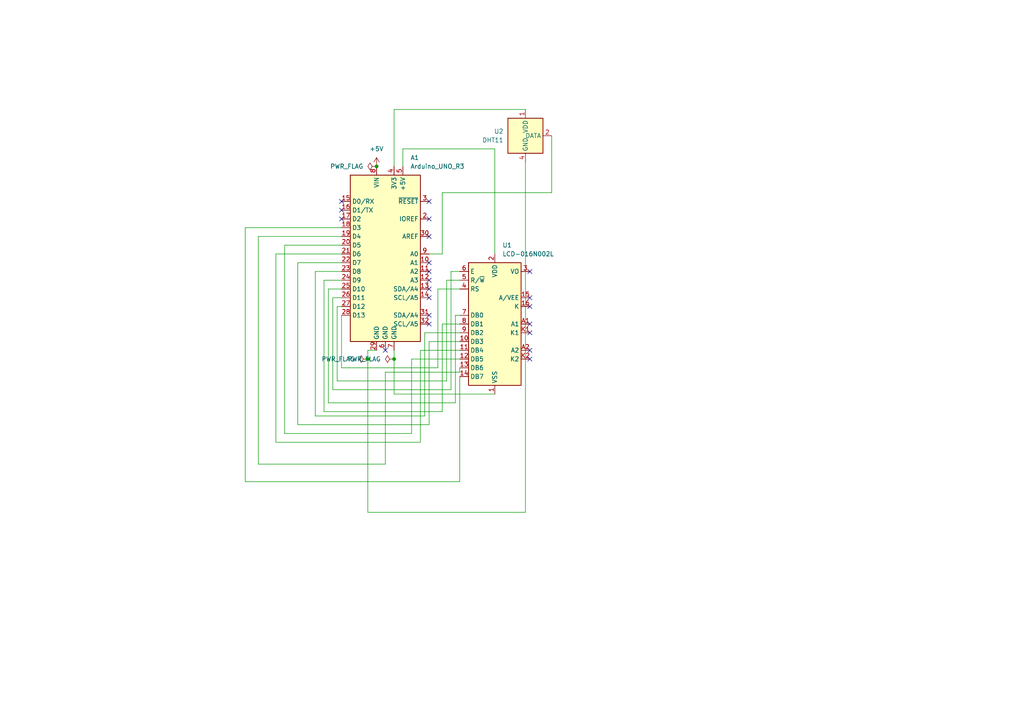
<source format=kicad_sch>
(kicad_sch (version 20230121) (generator eeschema)

  (uuid c294a2d8-950f-484a-bfeb-1eec850fb64c)

  (paper "A4")

  (lib_symbols
    (symbol "Display_Character:LCD-016N002L" (in_bom yes) (on_board yes)
      (property "Reference" "U" (at -6.35 18.796 0)
        (effects (font (size 1.27 1.27)))
      )
      (property "Value" "LCD-016N002L" (at 8.636 18.796 0)
        (effects (font (size 1.27 1.27)))
      )
      (property "Footprint" "Display:LCD-016N002L" (at 0.508 -23.368 0)
        (effects (font (size 1.27 1.27)) hide)
      )
      (property "Datasheet" "http://www.vishay.com/docs/37299/37299.pdf" (at 12.7 -7.62 0)
        (effects (font (size 1.27 1.27)) hide)
      )
      (property "ki_keywords" "display LCD dot-matrix" (at 0 0 0)
        (effects (font (size 1.27 1.27)) hide)
      )
      (property "ki_description" "LCD 12x2, 8 bit parallel bus, 3V or 5V VDD" (at 0 0 0)
        (effects (font (size 1.27 1.27)) hide)
      )
      (property "ki_fp_filters" "*LCD*016N002L*" (at 0 0 0)
        (effects (font (size 1.27 1.27)) hide)
      )
      (symbol "LCD-016N002L_1_1"
        (rectangle (start -7.62 17.78) (end 7.62 -17.78)
          (stroke (width 0.254) (type default))
          (fill (type background))
        )
        (pin power_in line (at 0 -20.32 90) (length 2.54)
          (name "VSS" (effects (font (size 1.27 1.27))))
          (number "1" (effects (font (size 1.27 1.27))))
        )
        (pin bidirectional line (at -10.16 -5.08 0) (length 2.54)
          (name "DB3" (effects (font (size 1.27 1.27))))
          (number "10" (effects (font (size 1.27 1.27))))
        )
        (pin bidirectional line (at -10.16 -7.62 0) (length 2.54)
          (name "DB4" (effects (font (size 1.27 1.27))))
          (number "11" (effects (font (size 1.27 1.27))))
        )
        (pin bidirectional line (at -10.16 -10.16 0) (length 2.54)
          (name "DB5" (effects (font (size 1.27 1.27))))
          (number "12" (effects (font (size 1.27 1.27))))
        )
        (pin bidirectional line (at -10.16 -12.7 0) (length 2.54)
          (name "DB6" (effects (font (size 1.27 1.27))))
          (number "13" (effects (font (size 1.27 1.27))))
        )
        (pin bidirectional line (at -10.16 -15.24 0) (length 2.54)
          (name "DB7" (effects (font (size 1.27 1.27))))
          (number "14" (effects (font (size 1.27 1.27))))
        )
        (pin power_in line (at 10.16 7.62 180) (length 2.54)
          (name "A/VEE" (effects (font (size 1.27 1.27))))
          (number "15" (effects (font (size 1.27 1.27))))
        )
        (pin power_in line (at 10.16 5.08 180) (length 2.54)
          (name "K" (effects (font (size 1.27 1.27))))
          (number "16" (effects (font (size 1.27 1.27))))
        )
        (pin power_in line (at 0 20.32 270) (length 2.54)
          (name "VDD" (effects (font (size 1.27 1.27))))
          (number "2" (effects (font (size 1.27 1.27))))
        )
        (pin input line (at 10.16 15.24 180) (length 2.54)
          (name "VO" (effects (font (size 1.27 1.27))))
          (number "3" (effects (font (size 1.27 1.27))))
        )
        (pin input line (at -10.16 10.16 0) (length 2.54)
          (name "RS" (effects (font (size 1.27 1.27))))
          (number "4" (effects (font (size 1.27 1.27))))
        )
        (pin input line (at -10.16 12.7 0) (length 2.54)
          (name "R/~{W}" (effects (font (size 1.27 1.27))))
          (number "5" (effects (font (size 1.27 1.27))))
        )
        (pin input line (at -10.16 15.24 0) (length 2.54)
          (name "E" (effects (font (size 1.27 1.27))))
          (number "6" (effects (font (size 1.27 1.27))))
        )
        (pin bidirectional line (at -10.16 2.54 0) (length 2.54)
          (name "DB0" (effects (font (size 1.27 1.27))))
          (number "7" (effects (font (size 1.27 1.27))))
        )
        (pin bidirectional line (at -10.16 0 0) (length 2.54)
          (name "DB1" (effects (font (size 1.27 1.27))))
          (number "8" (effects (font (size 1.27 1.27))))
        )
        (pin bidirectional line (at -10.16 -2.54 0) (length 2.54)
          (name "DB2" (effects (font (size 1.27 1.27))))
          (number "9" (effects (font (size 1.27 1.27))))
        )
        (pin power_in line (at 10.16 0 180) (length 2.54)
          (name "A1" (effects (font (size 1.27 1.27))))
          (number "A1" (effects (font (size 1.27 1.27))))
        )
        (pin power_in line (at 10.16 -7.62 180) (length 2.54)
          (name "A2" (effects (font (size 1.27 1.27))))
          (number "A2" (effects (font (size 1.27 1.27))))
        )
        (pin power_in line (at 10.16 -2.54 180) (length 2.54)
          (name "K1" (effects (font (size 1.27 1.27))))
          (number "K1" (effects (font (size 1.27 1.27))))
        )
        (pin power_in line (at 10.16 -10.16 180) (length 2.54)
          (name "K2" (effects (font (size 1.27 1.27))))
          (number "K2" (effects (font (size 1.27 1.27))))
        )
      )
    )
    (symbol "MCU_Module:Arduino_UNO_R3" (in_bom yes) (on_board yes)
      (property "Reference" "A" (at -10.16 23.495 0)
        (effects (font (size 1.27 1.27)) (justify left bottom))
      )
      (property "Value" "Arduino_UNO_R3" (at 5.08 -26.67 0)
        (effects (font (size 1.27 1.27)) (justify left top))
      )
      (property "Footprint" "Module:Arduino_UNO_R3" (at 0 0 0)
        (effects (font (size 1.27 1.27) italic) hide)
      )
      (property "Datasheet" "https://www.arduino.cc/en/Main/arduinoBoardUno" (at 0 0 0)
        (effects (font (size 1.27 1.27)) hide)
      )
      (property "ki_keywords" "Arduino UNO R3 Microcontroller Module Atmel AVR USB" (at 0 0 0)
        (effects (font (size 1.27 1.27)) hide)
      )
      (property "ki_description" "Arduino UNO Microcontroller Module, release 3" (at 0 0 0)
        (effects (font (size 1.27 1.27)) hide)
      )
      (property "ki_fp_filters" "Arduino*UNO*R3*" (at 0 0 0)
        (effects (font (size 1.27 1.27)) hide)
      )
      (symbol "Arduino_UNO_R3_0_1"
        (rectangle (start -10.16 22.86) (end 10.16 -25.4)
          (stroke (width 0.254) (type default))
          (fill (type background))
        )
      )
      (symbol "Arduino_UNO_R3_1_1"
        (pin no_connect line (at -10.16 -20.32 0) (length 2.54) hide
          (name "NC" (effects (font (size 1.27 1.27))))
          (number "1" (effects (font (size 1.27 1.27))))
        )
        (pin bidirectional line (at 12.7 -2.54 180) (length 2.54)
          (name "A1" (effects (font (size 1.27 1.27))))
          (number "10" (effects (font (size 1.27 1.27))))
        )
        (pin bidirectional line (at 12.7 -5.08 180) (length 2.54)
          (name "A2" (effects (font (size 1.27 1.27))))
          (number "11" (effects (font (size 1.27 1.27))))
        )
        (pin bidirectional line (at 12.7 -7.62 180) (length 2.54)
          (name "A3" (effects (font (size 1.27 1.27))))
          (number "12" (effects (font (size 1.27 1.27))))
        )
        (pin bidirectional line (at 12.7 -10.16 180) (length 2.54)
          (name "SDA/A4" (effects (font (size 1.27 1.27))))
          (number "13" (effects (font (size 1.27 1.27))))
        )
        (pin bidirectional line (at 12.7 -12.7 180) (length 2.54)
          (name "SCL/A5" (effects (font (size 1.27 1.27))))
          (number "14" (effects (font (size 1.27 1.27))))
        )
        (pin bidirectional line (at -12.7 15.24 0) (length 2.54)
          (name "D0/RX" (effects (font (size 1.27 1.27))))
          (number "15" (effects (font (size 1.27 1.27))))
        )
        (pin bidirectional line (at -12.7 12.7 0) (length 2.54)
          (name "D1/TX" (effects (font (size 1.27 1.27))))
          (number "16" (effects (font (size 1.27 1.27))))
        )
        (pin bidirectional line (at -12.7 10.16 0) (length 2.54)
          (name "D2" (effects (font (size 1.27 1.27))))
          (number "17" (effects (font (size 1.27 1.27))))
        )
        (pin bidirectional line (at -12.7 7.62 0) (length 2.54)
          (name "D3" (effects (font (size 1.27 1.27))))
          (number "18" (effects (font (size 1.27 1.27))))
        )
        (pin bidirectional line (at -12.7 5.08 0) (length 2.54)
          (name "D4" (effects (font (size 1.27 1.27))))
          (number "19" (effects (font (size 1.27 1.27))))
        )
        (pin output line (at 12.7 10.16 180) (length 2.54)
          (name "IOREF" (effects (font (size 1.27 1.27))))
          (number "2" (effects (font (size 1.27 1.27))))
        )
        (pin bidirectional line (at -12.7 2.54 0) (length 2.54)
          (name "D5" (effects (font (size 1.27 1.27))))
          (number "20" (effects (font (size 1.27 1.27))))
        )
        (pin bidirectional line (at -12.7 0 0) (length 2.54)
          (name "D6" (effects (font (size 1.27 1.27))))
          (number "21" (effects (font (size 1.27 1.27))))
        )
        (pin bidirectional line (at -12.7 -2.54 0) (length 2.54)
          (name "D7" (effects (font (size 1.27 1.27))))
          (number "22" (effects (font (size 1.27 1.27))))
        )
        (pin bidirectional line (at -12.7 -5.08 0) (length 2.54)
          (name "D8" (effects (font (size 1.27 1.27))))
          (number "23" (effects (font (size 1.27 1.27))))
        )
        (pin bidirectional line (at -12.7 -7.62 0) (length 2.54)
          (name "D9" (effects (font (size 1.27 1.27))))
          (number "24" (effects (font (size 1.27 1.27))))
        )
        (pin bidirectional line (at -12.7 -10.16 0) (length 2.54)
          (name "D10" (effects (font (size 1.27 1.27))))
          (number "25" (effects (font (size 1.27 1.27))))
        )
        (pin bidirectional line (at -12.7 -12.7 0) (length 2.54)
          (name "D11" (effects (font (size 1.27 1.27))))
          (number "26" (effects (font (size 1.27 1.27))))
        )
        (pin bidirectional line (at -12.7 -15.24 0) (length 2.54)
          (name "D12" (effects (font (size 1.27 1.27))))
          (number "27" (effects (font (size 1.27 1.27))))
        )
        (pin bidirectional line (at -12.7 -17.78 0) (length 2.54)
          (name "D13" (effects (font (size 1.27 1.27))))
          (number "28" (effects (font (size 1.27 1.27))))
        )
        (pin power_in line (at -2.54 -27.94 90) (length 2.54)
          (name "GND" (effects (font (size 1.27 1.27))))
          (number "29" (effects (font (size 1.27 1.27))))
        )
        (pin input line (at 12.7 15.24 180) (length 2.54)
          (name "~{RESET}" (effects (font (size 1.27 1.27))))
          (number "3" (effects (font (size 1.27 1.27))))
        )
        (pin input line (at 12.7 5.08 180) (length 2.54)
          (name "AREF" (effects (font (size 1.27 1.27))))
          (number "30" (effects (font (size 1.27 1.27))))
        )
        (pin bidirectional line (at 12.7 -17.78 180) (length 2.54)
          (name "SDA/A4" (effects (font (size 1.27 1.27))))
          (number "31" (effects (font (size 1.27 1.27))))
        )
        (pin bidirectional line (at 12.7 -20.32 180) (length 2.54)
          (name "SCL/A5" (effects (font (size 1.27 1.27))))
          (number "32" (effects (font (size 1.27 1.27))))
        )
        (pin power_out line (at 2.54 25.4 270) (length 2.54)
          (name "3V3" (effects (font (size 1.27 1.27))))
          (number "4" (effects (font (size 1.27 1.27))))
        )
        (pin power_out line (at 5.08 25.4 270) (length 2.54)
          (name "+5V" (effects (font (size 1.27 1.27))))
          (number "5" (effects (font (size 1.27 1.27))))
        )
        (pin power_in line (at 0 -27.94 90) (length 2.54)
          (name "GND" (effects (font (size 1.27 1.27))))
          (number "6" (effects (font (size 1.27 1.27))))
        )
        (pin power_in line (at 2.54 -27.94 90) (length 2.54)
          (name "GND" (effects (font (size 1.27 1.27))))
          (number "7" (effects (font (size 1.27 1.27))))
        )
        (pin power_in line (at -2.54 25.4 270) (length 2.54)
          (name "VIN" (effects (font (size 1.27 1.27))))
          (number "8" (effects (font (size 1.27 1.27))))
        )
        (pin bidirectional line (at 12.7 0 180) (length 2.54)
          (name "A0" (effects (font (size 1.27 1.27))))
          (number "9" (effects (font (size 1.27 1.27))))
        )
      )
    )
    (symbol "Sensor:DHT11" (in_bom yes) (on_board yes)
      (property "Reference" "U" (at -3.81 6.35 0)
        (effects (font (size 1.27 1.27)))
      )
      (property "Value" "DHT11" (at 3.81 6.35 0)
        (effects (font (size 1.27 1.27)))
      )
      (property "Footprint" "Sensor:Aosong_DHT11_5.5x12.0_P2.54mm" (at 0 -10.16 0)
        (effects (font (size 1.27 1.27)) hide)
      )
      (property "Datasheet" "http://akizukidenshi.com/download/ds/aosong/DHT11.pdf" (at 3.81 6.35 0)
        (effects (font (size 1.27 1.27)) hide)
      )
      (property "ki_keywords" "digital sensor" (at 0 0 0)
        (effects (font (size 1.27 1.27)) hide)
      )
      (property "ki_description" "3.3V to 5.5V, temperature and humidity module, DHT11" (at 0 0 0)
        (effects (font (size 1.27 1.27)) hide)
      )
      (property "ki_fp_filters" "Aosong*DHT11*5.5x12.0*P2.54mm*" (at 0 0 0)
        (effects (font (size 1.27 1.27)) hide)
      )
      (symbol "DHT11_0_1"
        (rectangle (start -5.08 5.08) (end 5.08 -5.08)
          (stroke (width 0.254) (type default))
          (fill (type background))
        )
      )
      (symbol "DHT11_1_1"
        (pin power_in line (at 0 7.62 270) (length 2.54)
          (name "VDD" (effects (font (size 1.27 1.27))))
          (number "1" (effects (font (size 1.27 1.27))))
        )
        (pin bidirectional line (at 7.62 0 180) (length 2.54)
          (name "DATA" (effects (font (size 1.27 1.27))))
          (number "2" (effects (font (size 1.27 1.27))))
        )
        (pin no_connect line (at -5.08 0 0) (length 2.54) hide
          (name "NC" (effects (font (size 1.27 1.27))))
          (number "3" (effects (font (size 1.27 1.27))))
        )
        (pin power_in line (at 0 -7.62 90) (length 2.54)
          (name "GND" (effects (font (size 1.27 1.27))))
          (number "4" (effects (font (size 1.27 1.27))))
        )
      )
    )
    (symbol "power:+5V" (power) (pin_names (offset 0)) (in_bom yes) (on_board yes)
      (property "Reference" "#PWR" (at 0 -3.81 0)
        (effects (font (size 1.27 1.27)) hide)
      )
      (property "Value" "+5V" (at 0 3.556 0)
        (effects (font (size 1.27 1.27)))
      )
      (property "Footprint" "" (at 0 0 0)
        (effects (font (size 1.27 1.27)) hide)
      )
      (property "Datasheet" "" (at 0 0 0)
        (effects (font (size 1.27 1.27)) hide)
      )
      (property "ki_keywords" "global power" (at 0 0 0)
        (effects (font (size 1.27 1.27)) hide)
      )
      (property "ki_description" "Power symbol creates a global label with name \"+5V\"" (at 0 0 0)
        (effects (font (size 1.27 1.27)) hide)
      )
      (symbol "+5V_0_1"
        (polyline
          (pts
            (xy -0.762 1.27)
            (xy 0 2.54)
          )
          (stroke (width 0) (type default))
          (fill (type none))
        )
        (polyline
          (pts
            (xy 0 0)
            (xy 0 2.54)
          )
          (stroke (width 0) (type default))
          (fill (type none))
        )
        (polyline
          (pts
            (xy 0 2.54)
            (xy 0.762 1.27)
          )
          (stroke (width 0) (type default))
          (fill (type none))
        )
      )
      (symbol "+5V_1_1"
        (pin power_in line (at 0 0 90) (length 0) hide
          (name "+5V" (effects (font (size 1.27 1.27))))
          (number "1" (effects (font (size 1.27 1.27))))
        )
      )
    )
    (symbol "power:PWR_FLAG" (power) (pin_numbers hide) (pin_names (offset 0) hide) (in_bom yes) (on_board yes)
      (property "Reference" "#FLG" (at 0 1.905 0)
        (effects (font (size 1.27 1.27)) hide)
      )
      (property "Value" "PWR_FLAG" (at 0 3.81 0)
        (effects (font (size 1.27 1.27)))
      )
      (property "Footprint" "" (at 0 0 0)
        (effects (font (size 1.27 1.27)) hide)
      )
      (property "Datasheet" "~" (at 0 0 0)
        (effects (font (size 1.27 1.27)) hide)
      )
      (property "ki_keywords" "flag power" (at 0 0 0)
        (effects (font (size 1.27 1.27)) hide)
      )
      (property "ki_description" "Special symbol for telling ERC where power comes from" (at 0 0 0)
        (effects (font (size 1.27 1.27)) hide)
      )
      (symbol "PWR_FLAG_0_0"
        (pin power_out line (at 0 0 90) (length 0)
          (name "pwr" (effects (font (size 1.27 1.27))))
          (number "1" (effects (font (size 1.27 1.27))))
        )
      )
      (symbol "PWR_FLAG_0_1"
        (polyline
          (pts
            (xy 0 0)
            (xy 0 1.27)
            (xy -1.016 1.905)
            (xy 0 2.54)
            (xy 1.016 1.905)
            (xy 0 1.27)
          )
          (stroke (width 0) (type default))
          (fill (type none))
        )
      )
    )
  )

  (junction (at 106.68 104.14) (diameter 0) (color 0 0 0 0)
    (uuid 54d89c35-026f-4793-bda1-66f0717cfd48)
  )
  (junction (at 114.3 104.14) (diameter 0) (color 0 0 0 0)
    (uuid 566c6587-de01-4965-8c7a-1acefb7fb95a)
  )
  (junction (at 109.22 48.26) (diameter 0) (color 0 0 0 0)
    (uuid a75fe3a5-2802-4500-9287-53ac2b363be9)
  )

  (no_connect (at 153.67 93.98) (uuid 1f0bd4a0-344c-44c1-809f-07e9b1dfb643))
  (no_connect (at 124.46 91.44) (uuid 237a6efd-8f8d-4ff1-864e-932f31c9a3f3))
  (no_connect (at 153.67 96.52) (uuid 2f2c4da0-1268-4edb-baaf-0dfb26f03b00))
  (no_connect (at 124.46 83.82) (uuid 3ecc6e17-a478-4b71-bd5d-7410d52c41e0))
  (no_connect (at 99.06 58.42) (uuid 48b59d66-c83b-43d7-8986-62f4d4151a77))
  (no_connect (at 99.06 63.5) (uuid 56ef5f6f-a193-49ad-b8a5-d444285170e2))
  (no_connect (at 153.67 104.14) (uuid 58d7ebbd-0d39-407b-b66b-ce9d85aa347b))
  (no_connect (at 153.67 88.9) (uuid 5c510421-fae5-4332-8104-f686eb67d894))
  (no_connect (at 111.76 101.6) (uuid 653209e4-af88-44ab-a11b-6021e3c70576))
  (no_connect (at 153.67 101.6) (uuid 68bafdfc-c1dc-46d7-9990-fe10684e7414))
  (no_connect (at 124.46 78.74) (uuid 8366ae63-2a2f-4ef9-8adb-3799ca54b927))
  (no_connect (at 124.46 63.5) (uuid 841c7bd2-5b78-48f6-acf8-ebbc01d8acd4))
  (no_connect (at 124.46 81.28) (uuid 99d6900b-e54b-4739-8726-6a89b32b9092))
  (no_connect (at 99.06 60.96) (uuid bd5ae9a7-2e38-4e83-8101-9ef05320f49f))
  (no_connect (at 124.46 86.36) (uuid be569bb3-2301-4a45-9e40-6971e51e00fe))
  (no_connect (at 124.46 58.42) (uuid db31afed-709f-4fe6-bf6a-a973edbcf698))
  (no_connect (at 153.67 86.36) (uuid df8fa18f-2fb3-4d4d-a2e6-24a3e9336f78))
  (no_connect (at 124.46 76.2) (uuid f0410c30-af1c-4a58-922c-00d7369c59cc))
  (no_connect (at 124.46 93.98) (uuid f6e9cdf3-c3e3-419d-9d69-94094b443133))
  (no_connect (at 124.46 68.58) (uuid fbd81451-01d3-4c9c-9a8f-cb959410f671))
  (no_connect (at 153.67 78.74) (uuid fd57940c-3f63-483b-9a3e-825a80171c06))

  (wire (pts (xy 86.36 76.2) (xy 86.36 123.19))
    (stroke (width 0) (type default))
    (uuid 0533b706-919b-48b4-be02-be6b89c12d3a)
  )
  (wire (pts (xy 91.44 120.65) (xy 123.19 120.65))
    (stroke (width 0) (type default))
    (uuid 079b15d0-a9a8-4ca2-b9e8-f32fe9185e98)
  )
  (wire (pts (xy 99.06 76.2) (xy 86.36 76.2))
    (stroke (width 0) (type default))
    (uuid 0e087823-2bc6-4817-9f5d-ebcf96e8a347)
  )
  (wire (pts (xy 114.3 101.6) (xy 114.3 104.14))
    (stroke (width 0) (type default))
    (uuid 0fcfd63c-7e71-473d-a8a8-55a4c856e6d0)
  )
  (wire (pts (xy 99.06 88.9) (xy 97.79 88.9))
    (stroke (width 0) (type default))
    (uuid 15fc8ad0-1eb9-4d38-8514-5c53650aebeb)
  )
  (wire (pts (xy 119.38 104.14) (xy 133.35 104.14))
    (stroke (width 0) (type default))
    (uuid 1706085a-afe1-4d26-9dd0-42e8dbe728f7)
  )
  (wire (pts (xy 133.35 139.7) (xy 133.35 109.22))
    (stroke (width 0) (type default))
    (uuid 17d2bda6-dd57-4e4c-96e4-4cbba8d015e0)
  )
  (wire (pts (xy 160.02 55.88) (xy 128.27 55.88))
    (stroke (width 0) (type default))
    (uuid 1900f545-8914-4eae-a034-ec69533a2322)
  )
  (wire (pts (xy 82.55 71.12) (xy 82.55 125.73))
    (stroke (width 0) (type default))
    (uuid 1aa762ec-0521-4593-860c-a8fa2ba2edc2)
  )
  (wire (pts (xy 86.36 123.19) (xy 124.46 123.19))
    (stroke (width 0) (type default))
    (uuid 21017aa1-4641-4d51-8f58-39993e8e9ddb)
  )
  (wire (pts (xy 128.27 93.98) (xy 133.35 93.98))
    (stroke (width 0) (type default))
    (uuid 23545573-2ab9-4e20-85f7-dd3ca7c6bdc5)
  )
  (wire (pts (xy 116.84 43.18) (xy 116.84 48.26))
    (stroke (width 0) (type default))
    (uuid 266218c3-f969-49fe-973b-8040a8c534c6)
  )
  (wire (pts (xy 99.06 83.82) (xy 95.25 83.82))
    (stroke (width 0) (type default))
    (uuid 2876ce35-ac11-4925-b8e7-97766d8da6af)
  )
  (wire (pts (xy 99.06 106.68) (xy 127 106.68))
    (stroke (width 0) (type default))
    (uuid 29770fd1-e7b6-4899-bebe-c460b4ec08d2)
  )
  (wire (pts (xy 99.06 78.74) (xy 91.44 78.74))
    (stroke (width 0) (type default))
    (uuid 2af096ef-9bf9-4e18-b5b8-4d6262d41924)
  )
  (wire (pts (xy 106.68 148.59) (xy 106.68 104.14))
    (stroke (width 0) (type default))
    (uuid 2ca96dbe-84b4-4ab5-bf10-ededabcab557)
  )
  (wire (pts (xy 74.93 134.62) (xy 111.76 134.62))
    (stroke (width 0) (type default))
    (uuid 2f1c3f6c-d510-4622-8880-128de960ca00)
  )
  (wire (pts (xy 127 106.68) (xy 127 83.82))
    (stroke (width 0) (type default))
    (uuid 32b5753f-c4c6-4962-bbe2-df911ef38e60)
  )
  (wire (pts (xy 119.38 125.73) (xy 119.38 104.14))
    (stroke (width 0) (type default))
    (uuid 3a1fec67-f082-4ddc-8589-040397aed385)
  )
  (wire (pts (xy 128.27 119.38) (xy 128.27 93.98))
    (stroke (width 0) (type default))
    (uuid 4393c437-b3fc-490e-8d5e-630b882672cd)
  )
  (wire (pts (xy 114.3 48.26) (xy 114.3 31.75))
    (stroke (width 0) (type default))
    (uuid 494f9d19-7318-40d5-a7dc-c6a6970d0785)
  )
  (wire (pts (xy 127 83.82) (xy 133.35 83.82))
    (stroke (width 0) (type default))
    (uuid 497bb59b-c1fd-4507-bc99-0e064430c190)
  )
  (wire (pts (xy 114.3 114.3) (xy 143.51 114.3))
    (stroke (width 0) (type default))
    (uuid 508fe034-dd73-49bd-9a1a-c78c1606b07d)
  )
  (wire (pts (xy 130.81 78.74) (xy 133.35 78.74))
    (stroke (width 0) (type default))
    (uuid 534b1ef0-58ec-4360-ac61-a153d4605c81)
  )
  (wire (pts (xy 80.01 73.66) (xy 80.01 128.27))
    (stroke (width 0) (type default))
    (uuid 5514d9d3-4050-486a-aeef-adef21a2ac2d)
  )
  (wire (pts (xy 82.55 125.73) (xy 119.38 125.73))
    (stroke (width 0) (type default))
    (uuid 5702c295-e57b-4d2c-a18e-477d5c4c4ea0)
  )
  (wire (pts (xy 133.35 107.95) (xy 133.35 106.68))
    (stroke (width 0) (type default))
    (uuid 5a04382e-890c-43a9-a5bc-80c86203d04c)
  )
  (wire (pts (xy 121.92 128.27) (xy 121.92 101.6))
    (stroke (width 0) (type default))
    (uuid 5a1b36a7-2466-4174-9173-3ead6f52d7a5)
  )
  (wire (pts (xy 124.46 123.19) (xy 124.46 99.06))
    (stroke (width 0) (type default))
    (uuid 5b347987-fa8f-4e2a-a295-96cebb088ded)
  )
  (wire (pts (xy 132.08 116.84) (xy 132.08 91.44))
    (stroke (width 0) (type default))
    (uuid 5d202f93-a3f1-43b5-9e3c-f8ab74a4ff6a)
  )
  (wire (pts (xy 152.4 148.59) (xy 106.68 148.59))
    (stroke (width 0) (type default))
    (uuid 61ba35b4-0a25-4bf0-b8e5-60a7b77da133)
  )
  (wire (pts (xy 132.08 91.44) (xy 133.35 91.44))
    (stroke (width 0) (type default))
    (uuid 732a9bd8-d24d-4ced-86c2-c15643e927a5)
  )
  (wire (pts (xy 106.68 101.6) (xy 109.22 101.6))
    (stroke (width 0) (type default))
    (uuid 79d9be55-1331-4879-9b86-52e674209da5)
  )
  (wire (pts (xy 74.93 68.58) (xy 74.93 134.62))
    (stroke (width 0) (type default))
    (uuid 887fe30d-757c-433e-b416-49f80ea5b9f0)
  )
  (wire (pts (xy 160.02 39.37) (xy 160.02 55.88))
    (stroke (width 0) (type default))
    (uuid 8df25f89-c168-4b62-9d77-a281dc14c120)
  )
  (wire (pts (xy 130.81 113.03) (xy 130.81 78.74))
    (stroke (width 0) (type default))
    (uuid 901bfae6-7802-46fc-83ce-ead4b7defe3b)
  )
  (wire (pts (xy 71.12 66.04) (xy 71.12 139.7))
    (stroke (width 0) (type default))
    (uuid 92317c8c-e337-4f17-9d99-0b90b3e1ecba)
  )
  (wire (pts (xy 111.76 107.95) (xy 133.35 107.95))
    (stroke (width 0) (type default))
    (uuid 937b8c61-1733-47ba-8049-dbec18d6af05)
  )
  (wire (pts (xy 99.06 91.44) (xy 99.06 106.68))
    (stroke (width 0) (type default))
    (uuid 9422d638-3908-4766-a09a-4be3bf1ddaf8)
  )
  (wire (pts (xy 97.79 88.9) (xy 97.79 110.49))
    (stroke (width 0) (type default))
    (uuid 94e04acf-2340-4aee-be0d-bde43d00d206)
  )
  (wire (pts (xy 99.06 86.36) (xy 96.52 86.36))
    (stroke (width 0) (type default))
    (uuid 95423cba-e95c-4f9e-8e05-d7292102525c)
  )
  (wire (pts (xy 152.4 46.99) (xy 152.4 148.59))
    (stroke (width 0) (type default))
    (uuid 9a3bcfe1-c6bc-41f9-8b5f-2ff8283d5e8a)
  )
  (wire (pts (xy 114.3 31.75) (xy 152.4 31.75))
    (stroke (width 0) (type default))
    (uuid 9ada7212-14f0-4969-b5fc-7de176870034)
  )
  (wire (pts (xy 96.52 113.03) (xy 130.81 113.03))
    (stroke (width 0) (type default))
    (uuid 9ebfb602-98e3-45b0-b4df-9ec0f64d9c67)
  )
  (wire (pts (xy 99.06 66.04) (xy 71.12 66.04))
    (stroke (width 0) (type default))
    (uuid a4c097dc-1df1-4a49-b79e-5f2dc13eb452)
  )
  (wire (pts (xy 128.27 55.88) (xy 128.27 73.66))
    (stroke (width 0) (type default))
    (uuid a61f5ce9-1b5a-4840-9a8e-b59dbb8a62d3)
  )
  (wire (pts (xy 93.98 119.38) (xy 128.27 119.38))
    (stroke (width 0) (type default))
    (uuid a764774a-5694-4292-85c5-da4687c2fb90)
  )
  (wire (pts (xy 91.44 78.74) (xy 91.44 120.65))
    (stroke (width 0) (type default))
    (uuid aa0308e6-a983-4f40-96ce-ff76c5a9e796)
  )
  (wire (pts (xy 129.54 110.49) (xy 129.54 81.28))
    (stroke (width 0) (type default))
    (uuid aa2d1d86-fb8d-46a5-9198-de543b8695bd)
  )
  (wire (pts (xy 95.25 83.82) (xy 95.25 116.84))
    (stroke (width 0) (type default))
    (uuid aa5bac95-7f24-4e3b-83b6-c07e3d655846)
  )
  (wire (pts (xy 143.51 43.18) (xy 116.84 43.18))
    (stroke (width 0) (type default))
    (uuid af27298b-5d4b-4ad1-b62e-677e65c5f2d6)
  )
  (wire (pts (xy 96.52 86.36) (xy 96.52 113.03))
    (stroke (width 0) (type default))
    (uuid b2fa371c-4e5c-4867-8a69-869fd79af4d1)
  )
  (wire (pts (xy 93.98 81.28) (xy 93.98 119.38))
    (stroke (width 0) (type default))
    (uuid b97fe4e9-3c9d-472c-bddf-8e37b3bc8a95)
  )
  (wire (pts (xy 121.92 101.6) (xy 133.35 101.6))
    (stroke (width 0) (type default))
    (uuid ba526b7c-0894-4223-8540-a12a6e4c46c7)
  )
  (wire (pts (xy 129.54 81.28) (xy 133.35 81.28))
    (stroke (width 0) (type default))
    (uuid c1450f9e-c33b-465c-94dc-c31ca8846847)
  )
  (wire (pts (xy 99.06 81.28) (xy 93.98 81.28))
    (stroke (width 0) (type default))
    (uuid c610e59c-56a8-4d5f-9378-76d0ea269638)
  )
  (wire (pts (xy 123.19 120.65) (xy 123.19 96.52))
    (stroke (width 0) (type default))
    (uuid c933deed-2c87-4f40-a205-fbd1bfd2d62d)
  )
  (wire (pts (xy 71.12 139.7) (xy 133.35 139.7))
    (stroke (width 0) (type default))
    (uuid d006e520-e6ac-419f-adb6-03f73ed5f9d0)
  )
  (wire (pts (xy 80.01 128.27) (xy 121.92 128.27))
    (stroke (width 0) (type default))
    (uuid d02ea911-99ce-4a3d-907b-3108e2bdd2f2)
  )
  (wire (pts (xy 99.06 71.12) (xy 82.55 71.12))
    (stroke (width 0) (type default))
    (uuid d2bdbb21-3756-41ca-8d2c-47201d02d1e8)
  )
  (wire (pts (xy 143.51 73.66) (xy 143.51 43.18))
    (stroke (width 0) (type default))
    (uuid d4d8b5fe-b347-4df5-be70-84a6b85873ed)
  )
  (wire (pts (xy 124.46 99.06) (xy 133.35 99.06))
    (stroke (width 0) (type default))
    (uuid d856148d-30b9-4233-844e-701edd544c42)
  )
  (wire (pts (xy 99.06 73.66) (xy 80.01 73.66))
    (stroke (width 0) (type default))
    (uuid e129c6d9-0b3d-41e4-a2b1-97ea027db79d)
  )
  (wire (pts (xy 106.68 104.14) (xy 106.68 101.6))
    (stroke (width 0) (type default))
    (uuid ea356914-caa4-474f-bf08-69c30306c409)
  )
  (wire (pts (xy 99.06 68.58) (xy 74.93 68.58))
    (stroke (width 0) (type default))
    (uuid eb9860c4-00aa-4054-a5cb-c799585e7d75)
  )
  (wire (pts (xy 97.79 110.49) (xy 129.54 110.49))
    (stroke (width 0) (type default))
    (uuid eccba87e-3f12-451d-8870-a41454790139)
  )
  (wire (pts (xy 114.3 104.14) (xy 114.3 114.3))
    (stroke (width 0) (type default))
    (uuid f25ce2bc-c273-4614-b973-231ed94da49c)
  )
  (wire (pts (xy 123.19 96.52) (xy 133.35 96.52))
    (stroke (width 0) (type default))
    (uuid f28d900b-fe31-4c0f-ae46-2fb0009ed61f)
  )
  (wire (pts (xy 128.27 73.66) (xy 124.46 73.66))
    (stroke (width 0) (type default))
    (uuid f2c0c1cc-c507-4206-a13d-53bf4610ff65)
  )
  (wire (pts (xy 95.25 116.84) (xy 132.08 116.84))
    (stroke (width 0) (type default))
    (uuid fbe30c7d-af55-4273-8134-a3206fce1f73)
  )
  (wire (pts (xy 111.76 134.62) (xy 111.76 107.95))
    (stroke (width 0) (type default))
    (uuid fe3832e4-0261-442e-86a4-86faabe0bb1e)
  )

  (symbol (lib_id "Display_Character:LCD-016N002L") (at 143.51 93.98 0) (unit 1)
    (in_bom yes) (on_board yes) (dnp no) (fields_autoplaced)
    (uuid 3a7961f1-9073-4513-93f1-6279a5ad8b92)
    (property "Reference" "U1" (at 145.7041 71.12 0)
      (effects (font (size 1.27 1.27)) (justify left))
    )
    (property "Value" "LCD-016N002L" (at 145.7041 73.66 0)
      (effects (font (size 1.27 1.27)) (justify left))
    )
    (property "Footprint" "Display:LCD-016N002L" (at 144.018 117.348 0)
      (effects (font (size 1.27 1.27)) hide)
    )
    (property "Datasheet" "http://www.vishay.com/docs/37299/37299.pdf" (at 156.21 101.6 0)
      (effects (font (size 1.27 1.27)) hide)
    )
    (pin "7" (uuid 4bfa5c96-1f4c-42cc-bd64-b670fdea1ca5))
    (pin "4" (uuid 4a4dea01-3c66-4c62-bea5-65bb6276e8f8))
    (pin "14" (uuid 77677d03-f76b-4303-b2e3-38ce5cd7333f))
    (pin "13" (uuid e48cbaf1-123f-4e8e-8cf4-b26b56636642))
    (pin "9" (uuid 642910a9-a20e-49a0-b907-1d9a0d25fbc6))
    (pin "2" (uuid a2f5e54a-4aa8-40f2-87cf-552e5a7b8416))
    (pin "K2" (uuid 50e32a03-9a55-4cac-8d14-47dace6d3e55))
    (pin "A2" (uuid 8da8dadf-30b6-4cfe-85aa-829950d00fc1))
    (pin "16" (uuid 299d8aa8-d16c-4fb6-929c-dd369f75db60))
    (pin "3" (uuid 481b54eb-5cad-4e56-a5ab-86042a2cbdcb))
    (pin "10" (uuid 95a44ff9-58a1-4eda-bebf-4350db79c1d1))
    (pin "1" (uuid 91fca500-262e-4e3c-92d6-231becf5eb53))
    (pin "K1" (uuid 86152718-fc52-4588-9b62-9e38d00219ba))
    (pin "12" (uuid 98168831-2b97-4f64-bd3f-473e072ff349))
    (pin "8" (uuid 4cd8c4ce-6fe7-400d-93e6-ee96fbc22309))
    (pin "11" (uuid b906f372-bfdc-447c-ab6a-eda6d566db31))
    (pin "15" (uuid 5aa52682-2dd4-40eb-adf8-de8743ec81ed))
    (pin "5" (uuid 460c2a03-d350-4ca1-ae5f-238f0db3bd44))
    (pin "A1" (uuid d94daaad-1385-453d-904a-0757d4ff3ad9))
    (pin "6" (uuid 4cede5ab-6191-4bb4-9081-253516fe3364))
    (instances
      (project "project1"
        (path "/c294a2d8-950f-484a-bfeb-1eec850fb64c"
          (reference "U1") (unit 1)
        )
      )
    )
  )

  (symbol (lib_id "power:PWR_FLAG") (at 109.22 48.26 90) (unit 1)
    (in_bom yes) (on_board yes) (dnp no) (fields_autoplaced)
    (uuid 6c41ca7e-af66-4f61-b0fa-8dafcfe51f9a)
    (property "Reference" "#FLG03" (at 107.315 48.26 0)
      (effects (font (size 1.27 1.27)) hide)
    )
    (property "Value" "PWR_FLAG" (at 105.41 48.26 90)
      (effects (font (size 1.27 1.27)) (justify left))
    )
    (property "Footprint" "" (at 109.22 48.26 0)
      (effects (font (size 1.27 1.27)) hide)
    )
    (property "Datasheet" "~" (at 109.22 48.26 0)
      (effects (font (size 1.27 1.27)) hide)
    )
    (pin "1" (uuid 92eadf08-8dff-43af-a1ce-149db0fad791))
    (instances
      (project "project1"
        (path "/c294a2d8-950f-484a-bfeb-1eec850fb64c"
          (reference "#FLG03") (unit 1)
        )
      )
    )
  )

  (symbol (lib_id "power:PWR_FLAG") (at 114.3 104.14 90) (unit 1)
    (in_bom yes) (on_board yes) (dnp no) (fields_autoplaced)
    (uuid 785dd975-2594-4906-a2be-30680ae63e76)
    (property "Reference" "#FLG02" (at 112.395 104.14 0)
      (effects (font (size 1.27 1.27)) hide)
    )
    (property "Value" "PWR_FLAG" (at 110.49 104.14 90)
      (effects (font (size 1.27 1.27)) (justify left))
    )
    (property "Footprint" "" (at 114.3 104.14 0)
      (effects (font (size 1.27 1.27)) hide)
    )
    (property "Datasheet" "~" (at 114.3 104.14 0)
      (effects (font (size 1.27 1.27)) hide)
    )
    (pin "1" (uuid 44ce39c7-6f67-4849-9603-9570635f77c8))
    (instances
      (project "project1"
        (path "/c294a2d8-950f-484a-bfeb-1eec850fb64c"
          (reference "#FLG02") (unit 1)
        )
      )
    )
  )

  (symbol (lib_id "power:PWR_FLAG") (at 106.68 104.14 90) (unit 1)
    (in_bom yes) (on_board yes) (dnp no) (fields_autoplaced)
    (uuid 799ee85c-cad3-4cf0-ab1b-1f44e05f5598)
    (property "Reference" "#FLG01" (at 104.775 104.14 0)
      (effects (font (size 1.27 1.27)) hide)
    )
    (property "Value" "PWR_FLAG" (at 102.87 104.14 90)
      (effects (font (size 1.27 1.27)) (justify left))
    )
    (property "Footprint" "" (at 106.68 104.14 0)
      (effects (font (size 1.27 1.27)) hide)
    )
    (property "Datasheet" "~" (at 106.68 104.14 0)
      (effects (font (size 1.27 1.27)) hide)
    )
    (pin "1" (uuid ae5a5750-4a5a-48fc-8220-0d059712c0d5))
    (instances
      (project "project1"
        (path "/c294a2d8-950f-484a-bfeb-1eec850fb64c"
          (reference "#FLG01") (unit 1)
        )
      )
    )
  )

  (symbol (lib_id "MCU_Module:Arduino_UNO_R3") (at 111.76 73.66 0) (unit 1)
    (in_bom yes) (on_board yes) (dnp no) (fields_autoplaced)
    (uuid 8253e676-67e6-4747-83dc-2a1ae9c671d0)
    (property "Reference" "A1" (at 119.0341 45.72 0)
      (effects (font (size 1.27 1.27)) (justify left))
    )
    (property "Value" "Arduino_UNO_R3" (at 119.0341 48.26 0)
      (effects (font (size 1.27 1.27)) (justify left))
    )
    (property "Footprint" "Module:Arduino_UNO_R3" (at 111.76 73.66 0)
      (effects (font (size 1.27 1.27) italic) hide)
    )
    (property "Datasheet" "https://www.arduino.cc/en/Main/arduinoBoardUno" (at 111.76 73.66 0)
      (effects (font (size 1.27 1.27)) hide)
    )
    (pin "32" (uuid e0e3ea9f-0cb3-431e-b692-c34542772c11))
    (pin "7" (uuid b9144956-c02e-4740-8ca7-7b5c4dbbd9ec))
    (pin "6" (uuid 1dfbad32-a093-40d3-a18a-522f548cc960))
    (pin "15" (uuid c3525d99-93f0-4099-8148-a6623cd06df2))
    (pin "3" (uuid 6a18ff37-c6d9-4fc5-8036-b6676a340969))
    (pin "8" (uuid ac345da6-a59a-47f1-b357-d53a69f997ed))
    (pin "2" (uuid 1e73fa52-0f55-45ff-8d6c-f964680c796d))
    (pin "25" (uuid 6a70b9b0-a1ba-4d91-8467-acd8af16c83d))
    (pin "18" (uuid 0ea1b200-9424-4d6d-9b10-5cacbf8e499b))
    (pin "22" (uuid fb85e4be-893e-4bd0-909d-930b0d17e8fa))
    (pin "20" (uuid 2b6e926c-a53a-466e-90ee-88c899f899e0))
    (pin "12" (uuid 5bc8061f-2229-4ba4-a008-26f09f78f1b4))
    (pin "13" (uuid cf7f53d5-e22a-4590-811f-ee463b1443fa))
    (pin "14" (uuid 00b57ee0-8818-40ad-bd4f-3895240f38d0))
    (pin "29" (uuid 1829af65-0041-4c4c-8529-dbfe5f4cddba))
    (pin "31" (uuid df8b71ce-e381-4a99-9681-db58ec0b29c5))
    (pin "10" (uuid abf4c761-7242-4a8f-adba-f8928050296c))
    (pin "17" (uuid 48569cb1-7570-442d-b925-92435fa637fd))
    (pin "11" (uuid 69f323ea-e992-4ae1-b5c3-fd4c20643f72))
    (pin "9" (uuid 5a0d7c0f-d69a-40c8-b489-d28f9c9a7168))
    (pin "27" (uuid 341e2c9c-711d-4919-82d2-fec39c961b3f))
    (pin "23" (uuid dc4255c3-913d-445d-ab97-04534eae2964))
    (pin "5" (uuid 221f5ec7-5317-4838-b4cd-3eaebaeef912))
    (pin "1" (uuid 76eaf9a0-e2a0-4c4d-8467-b4807fc243a5))
    (pin "19" (uuid 5f91c8d2-fc8e-4582-b04f-83052f058eb1))
    (pin "30" (uuid 1dcae2e5-bff7-42f9-bffb-445f38763176))
    (pin "4" (uuid f8c39fcb-d1af-4b5d-bf6b-a8a52c28dce6))
    (pin "28" (uuid 020a0351-95c1-4f97-ac0a-a266bd94ecfd))
    (pin "21" (uuid 187658c5-e06d-4747-81f8-a5c1427bfd4b))
    (pin "16" (uuid cd124980-70ad-4017-8e39-3ffc632a9e6f))
    (pin "26" (uuid bc68a1f5-7860-4974-92a5-3938f81b46c7))
    (pin "24" (uuid eb1ca234-27b7-4ddf-909e-c4f523d70e98))
    (instances
      (project "project1"
        (path "/c294a2d8-950f-484a-bfeb-1eec850fb64c"
          (reference "A1") (unit 1)
        )
      )
    )
  )

  (symbol (lib_id "power:+5V") (at 109.22 48.26 0) (unit 1)
    (in_bom yes) (on_board yes) (dnp no) (fields_autoplaced)
    (uuid b2d06f20-b2f8-419a-91bc-5243ac854eb3)
    (property "Reference" "#PWR01" (at 109.22 52.07 0)
      (effects (font (size 1.27 1.27)) hide)
    )
    (property "Value" "+5V" (at 109.22 43.18 0)
      (effects (font (size 1.27 1.27)))
    )
    (property "Footprint" "" (at 109.22 48.26 0)
      (effects (font (size 1.27 1.27)) hide)
    )
    (property "Datasheet" "" (at 109.22 48.26 0)
      (effects (font (size 1.27 1.27)) hide)
    )
    (pin "1" (uuid fdb57188-24e1-41b9-a9b7-d9cc995f8ccc))
    (instances
      (project "project1"
        (path "/c294a2d8-950f-484a-bfeb-1eec850fb64c"
          (reference "#PWR01") (unit 1)
        )
      )
    )
  )

  (symbol (lib_id "Sensor:DHT11") (at 152.4 39.37 0) (unit 1)
    (in_bom yes) (on_board yes) (dnp no) (fields_autoplaced)
    (uuid bc2fa30f-fda6-4868-979c-6bd93131aef3)
    (property "Reference" "U2" (at 146.05 38.1 0)
      (effects (font (size 1.27 1.27)) (justify right))
    )
    (property "Value" "DHT11" (at 146.05 40.64 0)
      (effects (font (size 1.27 1.27)) (justify right))
    )
    (property "Footprint" "Sensor:Aosong_DHT11_5.5x12.0_P2.54mm" (at 152.4 49.53 0)
      (effects (font (size 1.27 1.27)) hide)
    )
    (property "Datasheet" "http://akizukidenshi.com/download/ds/aosong/DHT11.pdf" (at 156.21 33.02 0)
      (effects (font (size 1.27 1.27)) hide)
    )
    (pin "4" (uuid 0c7feb00-962c-4414-adfc-ffa980839c96))
    (pin "1" (uuid cd6d9aa7-695a-4cc4-b0c8-727817695669))
    (pin "2" (uuid 4ca35949-7c62-4ffb-9c08-5725a820cd94))
    (pin "3" (uuid 353414c5-9fd8-4897-9d74-21505baf101f))
    (instances
      (project "project1"
        (path "/c294a2d8-950f-484a-bfeb-1eec850fb64c"
          (reference "U2") (unit 1)
        )
      )
    )
  )

  (sheet_instances
    (path "/" (page "1"))
  )
)

</source>
